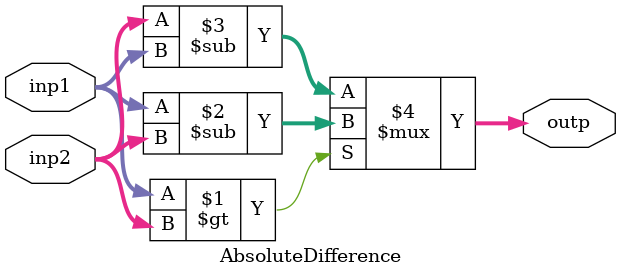
<source format=v>
`timescale 1ns / 1ps

module AbsoluteDifference
                #
                (
                    parameter NBits = 8
                )
                (
                    input wire [NBits-1:0]inp1,
                    input wire [NBits-1:0]inp2,
                    output wire [NBits-1:0]outp
                );

assign outp = (inp1 > inp2) ? inp1 - inp2 : inp2 - inp1;

endmodule

</source>
